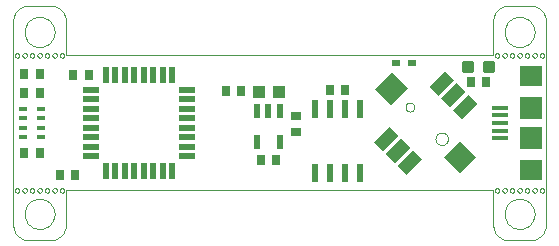
<source format=gtp>
G75*
%MOIN*%
%OFA0B0*%
%FSLAX24Y24*%
%IPPOS*%
%LPD*%
%AMOC8*
5,1,8,0,0,1.08239X$1,22.5*
%
%ADD10C,0.0000*%
%ADD11R,0.0728X0.0433*%
%ADD12R,0.0787X0.0748*%
%ADD13R,0.0551X0.0138*%
%ADD14R,0.0748X0.0709*%
%ADD15R,0.0748X0.0748*%
%ADD16R,0.0236X0.0610*%
%ADD17R,0.0217X0.0472*%
%ADD18C,0.0118*%
%ADD19R,0.0276X0.0197*%
%ADD20R,0.0433X0.0394*%
%ADD21R,0.0276X0.0354*%
%ADD22R,0.0354X0.0276*%
%ADD23R,0.0276X0.0177*%
%ADD24R,0.0197X0.0571*%
%ADD25R,0.0571X0.0197*%
D10*
X004943Y002737D02*
X005693Y002737D01*
X005737Y002739D01*
X005780Y002745D01*
X005822Y002754D01*
X005864Y002767D01*
X005904Y002784D01*
X005943Y002804D01*
X005980Y002827D01*
X006014Y002854D01*
X006047Y002883D01*
X006076Y002916D01*
X006103Y002950D01*
X006126Y002987D01*
X006146Y003026D01*
X006163Y003066D01*
X006176Y003108D01*
X006185Y003150D01*
X006191Y003193D01*
X006193Y003237D01*
X006193Y004393D01*
X020443Y004393D01*
X020443Y003237D01*
X020445Y003193D01*
X020451Y003150D01*
X020460Y003108D01*
X020473Y003066D01*
X020490Y003026D01*
X020510Y002987D01*
X020533Y002950D01*
X020560Y002916D01*
X020589Y002883D01*
X020622Y002854D01*
X020656Y002827D01*
X020693Y002804D01*
X020732Y002784D01*
X020772Y002767D01*
X020814Y002754D01*
X020856Y002745D01*
X020899Y002739D01*
X020943Y002737D01*
X021693Y002737D01*
X021737Y002739D01*
X021780Y002745D01*
X021822Y002754D01*
X021864Y002767D01*
X021904Y002784D01*
X021943Y002804D01*
X021980Y002827D01*
X022014Y002854D01*
X022047Y002883D01*
X022076Y002916D01*
X022103Y002950D01*
X022126Y002987D01*
X022146Y003026D01*
X022163Y003066D01*
X022176Y003108D01*
X022185Y003150D01*
X022191Y003193D01*
X022193Y003237D01*
X022193Y010050D01*
X022191Y010094D01*
X022185Y010137D01*
X022176Y010179D01*
X022163Y010221D01*
X022146Y010261D01*
X022126Y010300D01*
X022103Y010337D01*
X022076Y010371D01*
X022047Y010404D01*
X022014Y010433D01*
X021980Y010460D01*
X021943Y010483D01*
X021904Y010503D01*
X021864Y010520D01*
X021822Y010533D01*
X021780Y010542D01*
X021737Y010548D01*
X021693Y010550D01*
X020943Y010550D01*
X020899Y010548D01*
X020856Y010542D01*
X020814Y010533D01*
X020772Y010520D01*
X020732Y010503D01*
X020693Y010483D01*
X020656Y010460D01*
X020622Y010433D01*
X020589Y010404D01*
X020560Y010371D01*
X020533Y010337D01*
X020510Y010300D01*
X020490Y010261D01*
X020473Y010221D01*
X020460Y010179D01*
X020451Y010137D01*
X020445Y010094D01*
X020443Y010050D01*
X020443Y008893D01*
X006193Y008893D01*
X006193Y010050D01*
X006191Y010094D01*
X006185Y010137D01*
X006176Y010179D01*
X006163Y010221D01*
X006146Y010261D01*
X006126Y010300D01*
X006103Y010337D01*
X006076Y010371D01*
X006047Y010404D01*
X006014Y010433D01*
X005980Y010460D01*
X005943Y010483D01*
X005904Y010503D01*
X005864Y010520D01*
X005822Y010533D01*
X005780Y010542D01*
X005737Y010548D01*
X005693Y010550D01*
X004943Y010550D01*
X004899Y010548D01*
X004856Y010542D01*
X004814Y010533D01*
X004772Y010520D01*
X004732Y010503D01*
X004693Y010483D01*
X004656Y010460D01*
X004622Y010433D01*
X004589Y010404D01*
X004560Y010371D01*
X004533Y010337D01*
X004510Y010300D01*
X004490Y010261D01*
X004473Y010221D01*
X004460Y010179D01*
X004451Y010137D01*
X004445Y010094D01*
X004443Y010050D01*
X004443Y003237D01*
X004445Y003193D01*
X004451Y003150D01*
X004460Y003108D01*
X004473Y003066D01*
X004490Y003026D01*
X004510Y002987D01*
X004533Y002950D01*
X004560Y002916D01*
X004589Y002883D01*
X004622Y002854D01*
X004656Y002827D01*
X004693Y002804D01*
X004732Y002784D01*
X004772Y002767D01*
X004814Y002754D01*
X004856Y002745D01*
X004899Y002739D01*
X004943Y002737D01*
X004818Y003612D02*
X004820Y003656D01*
X004826Y003700D01*
X004836Y003743D01*
X004849Y003785D01*
X004866Y003826D01*
X004887Y003865D01*
X004911Y003902D01*
X004938Y003937D01*
X004968Y003969D01*
X005001Y003999D01*
X005037Y004025D01*
X005074Y004049D01*
X005114Y004068D01*
X005155Y004085D01*
X005198Y004097D01*
X005241Y004106D01*
X005285Y004111D01*
X005329Y004112D01*
X005373Y004109D01*
X005417Y004102D01*
X005460Y004091D01*
X005502Y004077D01*
X005542Y004059D01*
X005581Y004037D01*
X005617Y004013D01*
X005651Y003985D01*
X005683Y003954D01*
X005712Y003920D01*
X005738Y003884D01*
X005760Y003846D01*
X005779Y003806D01*
X005794Y003764D01*
X005806Y003722D01*
X005814Y003678D01*
X005818Y003634D01*
X005818Y003590D01*
X005814Y003546D01*
X005806Y003502D01*
X005794Y003460D01*
X005779Y003418D01*
X005760Y003378D01*
X005738Y003340D01*
X005712Y003304D01*
X005683Y003270D01*
X005651Y003239D01*
X005617Y003211D01*
X005581Y003187D01*
X005542Y003165D01*
X005502Y003147D01*
X005460Y003133D01*
X005417Y003122D01*
X005373Y003115D01*
X005329Y003112D01*
X005285Y003113D01*
X005241Y003118D01*
X005198Y003127D01*
X005155Y003139D01*
X005114Y003156D01*
X005074Y003175D01*
X005037Y003199D01*
X005001Y003225D01*
X004968Y003255D01*
X004938Y003287D01*
X004911Y003322D01*
X004887Y003359D01*
X004866Y003398D01*
X004849Y003439D01*
X004836Y003481D01*
X004826Y003524D01*
X004820Y003568D01*
X004818Y003612D01*
X004743Y004393D02*
X004745Y004410D01*
X004750Y004426D01*
X004759Y004440D01*
X004771Y004452D01*
X004785Y004461D01*
X004801Y004466D01*
X004818Y004468D01*
X004835Y004466D01*
X004851Y004461D01*
X004865Y004452D01*
X004877Y004440D01*
X004886Y004426D01*
X004891Y004410D01*
X004893Y004393D01*
X004891Y004376D01*
X004886Y004360D01*
X004877Y004346D01*
X004865Y004334D01*
X004851Y004325D01*
X004835Y004320D01*
X004818Y004318D01*
X004801Y004320D01*
X004785Y004325D01*
X004771Y004334D01*
X004759Y004346D01*
X004750Y004360D01*
X004745Y004376D01*
X004743Y004393D01*
X004493Y004393D02*
X004495Y004410D01*
X004500Y004426D01*
X004509Y004440D01*
X004521Y004452D01*
X004535Y004461D01*
X004551Y004466D01*
X004568Y004468D01*
X004585Y004466D01*
X004601Y004461D01*
X004615Y004452D01*
X004627Y004440D01*
X004636Y004426D01*
X004641Y004410D01*
X004643Y004393D01*
X004641Y004376D01*
X004636Y004360D01*
X004627Y004346D01*
X004615Y004334D01*
X004601Y004325D01*
X004585Y004320D01*
X004568Y004318D01*
X004551Y004320D01*
X004535Y004325D01*
X004521Y004334D01*
X004509Y004346D01*
X004500Y004360D01*
X004495Y004376D01*
X004493Y004393D01*
X004993Y004393D02*
X004995Y004410D01*
X005000Y004426D01*
X005009Y004440D01*
X005021Y004452D01*
X005035Y004461D01*
X005051Y004466D01*
X005068Y004468D01*
X005085Y004466D01*
X005101Y004461D01*
X005115Y004452D01*
X005127Y004440D01*
X005136Y004426D01*
X005141Y004410D01*
X005143Y004393D01*
X005141Y004376D01*
X005136Y004360D01*
X005127Y004346D01*
X005115Y004334D01*
X005101Y004325D01*
X005085Y004320D01*
X005068Y004318D01*
X005051Y004320D01*
X005035Y004325D01*
X005021Y004334D01*
X005009Y004346D01*
X005000Y004360D01*
X004995Y004376D01*
X004993Y004393D01*
X005243Y004393D02*
X005245Y004410D01*
X005250Y004426D01*
X005259Y004440D01*
X005271Y004452D01*
X005285Y004461D01*
X005301Y004466D01*
X005318Y004468D01*
X005335Y004466D01*
X005351Y004461D01*
X005365Y004452D01*
X005377Y004440D01*
X005386Y004426D01*
X005391Y004410D01*
X005393Y004393D01*
X005391Y004376D01*
X005386Y004360D01*
X005377Y004346D01*
X005365Y004334D01*
X005351Y004325D01*
X005335Y004320D01*
X005318Y004318D01*
X005301Y004320D01*
X005285Y004325D01*
X005271Y004334D01*
X005259Y004346D01*
X005250Y004360D01*
X005245Y004376D01*
X005243Y004393D01*
X005493Y004393D02*
X005495Y004410D01*
X005500Y004426D01*
X005509Y004440D01*
X005521Y004452D01*
X005535Y004461D01*
X005551Y004466D01*
X005568Y004468D01*
X005585Y004466D01*
X005601Y004461D01*
X005615Y004452D01*
X005627Y004440D01*
X005636Y004426D01*
X005641Y004410D01*
X005643Y004393D01*
X005641Y004376D01*
X005636Y004360D01*
X005627Y004346D01*
X005615Y004334D01*
X005601Y004325D01*
X005585Y004320D01*
X005568Y004318D01*
X005551Y004320D01*
X005535Y004325D01*
X005521Y004334D01*
X005509Y004346D01*
X005500Y004360D01*
X005495Y004376D01*
X005493Y004393D01*
X005743Y004393D02*
X005745Y004410D01*
X005750Y004426D01*
X005759Y004440D01*
X005771Y004452D01*
X005785Y004461D01*
X005801Y004466D01*
X005818Y004468D01*
X005835Y004466D01*
X005851Y004461D01*
X005865Y004452D01*
X005877Y004440D01*
X005886Y004426D01*
X005891Y004410D01*
X005893Y004393D01*
X005891Y004376D01*
X005886Y004360D01*
X005877Y004346D01*
X005865Y004334D01*
X005851Y004325D01*
X005835Y004320D01*
X005818Y004318D01*
X005801Y004320D01*
X005785Y004325D01*
X005771Y004334D01*
X005759Y004346D01*
X005750Y004360D01*
X005745Y004376D01*
X005743Y004393D01*
X005993Y004393D02*
X005995Y004410D01*
X006000Y004426D01*
X006009Y004440D01*
X006021Y004452D01*
X006035Y004461D01*
X006051Y004466D01*
X006068Y004468D01*
X006085Y004466D01*
X006101Y004461D01*
X006115Y004452D01*
X006127Y004440D01*
X006136Y004426D01*
X006141Y004410D01*
X006143Y004393D01*
X006141Y004376D01*
X006136Y004360D01*
X006127Y004346D01*
X006115Y004334D01*
X006101Y004325D01*
X006085Y004320D01*
X006068Y004318D01*
X006051Y004320D01*
X006035Y004325D01*
X006021Y004334D01*
X006009Y004346D01*
X006000Y004360D01*
X005995Y004376D01*
X005993Y004393D01*
X005993Y008893D02*
X005995Y008910D01*
X006000Y008926D01*
X006009Y008940D01*
X006021Y008952D01*
X006035Y008961D01*
X006051Y008966D01*
X006068Y008968D01*
X006085Y008966D01*
X006101Y008961D01*
X006115Y008952D01*
X006127Y008940D01*
X006136Y008926D01*
X006141Y008910D01*
X006143Y008893D01*
X006141Y008876D01*
X006136Y008860D01*
X006127Y008846D01*
X006115Y008834D01*
X006101Y008825D01*
X006085Y008820D01*
X006068Y008818D01*
X006051Y008820D01*
X006035Y008825D01*
X006021Y008834D01*
X006009Y008846D01*
X006000Y008860D01*
X005995Y008876D01*
X005993Y008893D01*
X005743Y008893D02*
X005745Y008910D01*
X005750Y008926D01*
X005759Y008940D01*
X005771Y008952D01*
X005785Y008961D01*
X005801Y008966D01*
X005818Y008968D01*
X005835Y008966D01*
X005851Y008961D01*
X005865Y008952D01*
X005877Y008940D01*
X005886Y008926D01*
X005891Y008910D01*
X005893Y008893D01*
X005891Y008876D01*
X005886Y008860D01*
X005877Y008846D01*
X005865Y008834D01*
X005851Y008825D01*
X005835Y008820D01*
X005818Y008818D01*
X005801Y008820D01*
X005785Y008825D01*
X005771Y008834D01*
X005759Y008846D01*
X005750Y008860D01*
X005745Y008876D01*
X005743Y008893D01*
X005493Y008893D02*
X005495Y008910D01*
X005500Y008926D01*
X005509Y008940D01*
X005521Y008952D01*
X005535Y008961D01*
X005551Y008966D01*
X005568Y008968D01*
X005585Y008966D01*
X005601Y008961D01*
X005615Y008952D01*
X005627Y008940D01*
X005636Y008926D01*
X005641Y008910D01*
X005643Y008893D01*
X005641Y008876D01*
X005636Y008860D01*
X005627Y008846D01*
X005615Y008834D01*
X005601Y008825D01*
X005585Y008820D01*
X005568Y008818D01*
X005551Y008820D01*
X005535Y008825D01*
X005521Y008834D01*
X005509Y008846D01*
X005500Y008860D01*
X005495Y008876D01*
X005493Y008893D01*
X005243Y008893D02*
X005245Y008910D01*
X005250Y008926D01*
X005259Y008940D01*
X005271Y008952D01*
X005285Y008961D01*
X005301Y008966D01*
X005318Y008968D01*
X005335Y008966D01*
X005351Y008961D01*
X005365Y008952D01*
X005377Y008940D01*
X005386Y008926D01*
X005391Y008910D01*
X005393Y008893D01*
X005391Y008876D01*
X005386Y008860D01*
X005377Y008846D01*
X005365Y008834D01*
X005351Y008825D01*
X005335Y008820D01*
X005318Y008818D01*
X005301Y008820D01*
X005285Y008825D01*
X005271Y008834D01*
X005259Y008846D01*
X005250Y008860D01*
X005245Y008876D01*
X005243Y008893D01*
X004993Y008893D02*
X004995Y008910D01*
X005000Y008926D01*
X005009Y008940D01*
X005021Y008952D01*
X005035Y008961D01*
X005051Y008966D01*
X005068Y008968D01*
X005085Y008966D01*
X005101Y008961D01*
X005115Y008952D01*
X005127Y008940D01*
X005136Y008926D01*
X005141Y008910D01*
X005143Y008893D01*
X005141Y008876D01*
X005136Y008860D01*
X005127Y008846D01*
X005115Y008834D01*
X005101Y008825D01*
X005085Y008820D01*
X005068Y008818D01*
X005051Y008820D01*
X005035Y008825D01*
X005021Y008834D01*
X005009Y008846D01*
X005000Y008860D01*
X004995Y008876D01*
X004993Y008893D01*
X004743Y008893D02*
X004745Y008910D01*
X004750Y008926D01*
X004759Y008940D01*
X004771Y008952D01*
X004785Y008961D01*
X004801Y008966D01*
X004818Y008968D01*
X004835Y008966D01*
X004851Y008961D01*
X004865Y008952D01*
X004877Y008940D01*
X004886Y008926D01*
X004891Y008910D01*
X004893Y008893D01*
X004891Y008876D01*
X004886Y008860D01*
X004877Y008846D01*
X004865Y008834D01*
X004851Y008825D01*
X004835Y008820D01*
X004818Y008818D01*
X004801Y008820D01*
X004785Y008825D01*
X004771Y008834D01*
X004759Y008846D01*
X004750Y008860D01*
X004745Y008876D01*
X004743Y008893D01*
X004493Y008893D02*
X004495Y008910D01*
X004500Y008926D01*
X004509Y008940D01*
X004521Y008952D01*
X004535Y008961D01*
X004551Y008966D01*
X004568Y008968D01*
X004585Y008966D01*
X004601Y008961D01*
X004615Y008952D01*
X004627Y008940D01*
X004636Y008926D01*
X004641Y008910D01*
X004643Y008893D01*
X004641Y008876D01*
X004636Y008860D01*
X004627Y008846D01*
X004615Y008834D01*
X004601Y008825D01*
X004585Y008820D01*
X004568Y008818D01*
X004551Y008820D01*
X004535Y008825D01*
X004521Y008834D01*
X004509Y008846D01*
X004500Y008860D01*
X004495Y008876D01*
X004493Y008893D01*
X004818Y009675D02*
X004820Y009719D01*
X004826Y009763D01*
X004836Y009806D01*
X004849Y009848D01*
X004866Y009889D01*
X004887Y009928D01*
X004911Y009965D01*
X004938Y010000D01*
X004968Y010032D01*
X005001Y010062D01*
X005037Y010088D01*
X005074Y010112D01*
X005114Y010131D01*
X005155Y010148D01*
X005198Y010160D01*
X005241Y010169D01*
X005285Y010174D01*
X005329Y010175D01*
X005373Y010172D01*
X005417Y010165D01*
X005460Y010154D01*
X005502Y010140D01*
X005542Y010122D01*
X005581Y010100D01*
X005617Y010076D01*
X005651Y010048D01*
X005683Y010017D01*
X005712Y009983D01*
X005738Y009947D01*
X005760Y009909D01*
X005779Y009869D01*
X005794Y009827D01*
X005806Y009785D01*
X005814Y009741D01*
X005818Y009697D01*
X005818Y009653D01*
X005814Y009609D01*
X005806Y009565D01*
X005794Y009523D01*
X005779Y009481D01*
X005760Y009441D01*
X005738Y009403D01*
X005712Y009367D01*
X005683Y009333D01*
X005651Y009302D01*
X005617Y009274D01*
X005581Y009250D01*
X005542Y009228D01*
X005502Y009210D01*
X005460Y009196D01*
X005417Y009185D01*
X005373Y009178D01*
X005329Y009175D01*
X005285Y009176D01*
X005241Y009181D01*
X005198Y009190D01*
X005155Y009202D01*
X005114Y009219D01*
X005074Y009238D01*
X005037Y009262D01*
X005001Y009288D01*
X004968Y009318D01*
X004938Y009350D01*
X004911Y009385D01*
X004887Y009422D01*
X004866Y009461D01*
X004849Y009502D01*
X004836Y009544D01*
X004826Y009587D01*
X004820Y009631D01*
X004818Y009675D01*
X017516Y007172D02*
X017518Y007196D01*
X017524Y007219D01*
X017533Y007241D01*
X017546Y007261D01*
X017561Y007279D01*
X017580Y007294D01*
X017601Y007306D01*
X017623Y007314D01*
X017646Y007319D01*
X017670Y007320D01*
X017694Y007317D01*
X017716Y007310D01*
X017738Y007300D01*
X017758Y007287D01*
X017775Y007270D01*
X017789Y007251D01*
X017800Y007230D01*
X017808Y007207D01*
X017812Y007184D01*
X017812Y007160D01*
X017808Y007137D01*
X017800Y007114D01*
X017789Y007093D01*
X017775Y007074D01*
X017758Y007057D01*
X017738Y007044D01*
X017716Y007034D01*
X017694Y007027D01*
X017670Y007024D01*
X017646Y007025D01*
X017623Y007030D01*
X017601Y007038D01*
X017580Y007050D01*
X017561Y007065D01*
X017546Y007083D01*
X017533Y007103D01*
X017524Y007125D01*
X017518Y007148D01*
X017516Y007172D01*
X018515Y006114D02*
X018517Y006142D01*
X018523Y006170D01*
X018532Y006196D01*
X018545Y006222D01*
X018561Y006245D01*
X018581Y006265D01*
X018603Y006283D01*
X018627Y006298D01*
X018653Y006309D01*
X018680Y006317D01*
X018708Y006321D01*
X018736Y006321D01*
X018764Y006317D01*
X018791Y006309D01*
X018817Y006298D01*
X018841Y006283D01*
X018863Y006265D01*
X018883Y006245D01*
X018899Y006222D01*
X018912Y006196D01*
X018921Y006170D01*
X018927Y006142D01*
X018929Y006114D01*
X018927Y006086D01*
X018921Y006058D01*
X018912Y006032D01*
X018899Y006006D01*
X018883Y005983D01*
X018863Y005963D01*
X018841Y005945D01*
X018817Y005930D01*
X018791Y005919D01*
X018764Y005911D01*
X018736Y005907D01*
X018708Y005907D01*
X018680Y005911D01*
X018653Y005919D01*
X018627Y005930D01*
X018603Y005945D01*
X018581Y005963D01*
X018561Y005983D01*
X018545Y006006D01*
X018532Y006032D01*
X018523Y006058D01*
X018517Y006086D01*
X018515Y006114D01*
X020493Y004393D02*
X020495Y004410D01*
X020500Y004426D01*
X020509Y004440D01*
X020521Y004452D01*
X020535Y004461D01*
X020551Y004466D01*
X020568Y004468D01*
X020585Y004466D01*
X020601Y004461D01*
X020615Y004452D01*
X020627Y004440D01*
X020636Y004426D01*
X020641Y004410D01*
X020643Y004393D01*
X020641Y004376D01*
X020636Y004360D01*
X020627Y004346D01*
X020615Y004334D01*
X020601Y004325D01*
X020585Y004320D01*
X020568Y004318D01*
X020551Y004320D01*
X020535Y004325D01*
X020521Y004334D01*
X020509Y004346D01*
X020500Y004360D01*
X020495Y004376D01*
X020493Y004393D01*
X020743Y004393D02*
X020745Y004410D01*
X020750Y004426D01*
X020759Y004440D01*
X020771Y004452D01*
X020785Y004461D01*
X020801Y004466D01*
X020818Y004468D01*
X020835Y004466D01*
X020851Y004461D01*
X020865Y004452D01*
X020877Y004440D01*
X020886Y004426D01*
X020891Y004410D01*
X020893Y004393D01*
X020891Y004376D01*
X020886Y004360D01*
X020877Y004346D01*
X020865Y004334D01*
X020851Y004325D01*
X020835Y004320D01*
X020818Y004318D01*
X020801Y004320D01*
X020785Y004325D01*
X020771Y004334D01*
X020759Y004346D01*
X020750Y004360D01*
X020745Y004376D01*
X020743Y004393D01*
X020993Y004393D02*
X020995Y004410D01*
X021000Y004426D01*
X021009Y004440D01*
X021021Y004452D01*
X021035Y004461D01*
X021051Y004466D01*
X021068Y004468D01*
X021085Y004466D01*
X021101Y004461D01*
X021115Y004452D01*
X021127Y004440D01*
X021136Y004426D01*
X021141Y004410D01*
X021143Y004393D01*
X021141Y004376D01*
X021136Y004360D01*
X021127Y004346D01*
X021115Y004334D01*
X021101Y004325D01*
X021085Y004320D01*
X021068Y004318D01*
X021051Y004320D01*
X021035Y004325D01*
X021021Y004334D01*
X021009Y004346D01*
X021000Y004360D01*
X020995Y004376D01*
X020993Y004393D01*
X021243Y004393D02*
X021245Y004410D01*
X021250Y004426D01*
X021259Y004440D01*
X021271Y004452D01*
X021285Y004461D01*
X021301Y004466D01*
X021318Y004468D01*
X021335Y004466D01*
X021351Y004461D01*
X021365Y004452D01*
X021377Y004440D01*
X021386Y004426D01*
X021391Y004410D01*
X021393Y004393D01*
X021391Y004376D01*
X021386Y004360D01*
X021377Y004346D01*
X021365Y004334D01*
X021351Y004325D01*
X021335Y004320D01*
X021318Y004318D01*
X021301Y004320D01*
X021285Y004325D01*
X021271Y004334D01*
X021259Y004346D01*
X021250Y004360D01*
X021245Y004376D01*
X021243Y004393D01*
X021493Y004393D02*
X021495Y004410D01*
X021500Y004426D01*
X021509Y004440D01*
X021521Y004452D01*
X021535Y004461D01*
X021551Y004466D01*
X021568Y004468D01*
X021585Y004466D01*
X021601Y004461D01*
X021615Y004452D01*
X021627Y004440D01*
X021636Y004426D01*
X021641Y004410D01*
X021643Y004393D01*
X021641Y004376D01*
X021636Y004360D01*
X021627Y004346D01*
X021615Y004334D01*
X021601Y004325D01*
X021585Y004320D01*
X021568Y004318D01*
X021551Y004320D01*
X021535Y004325D01*
X021521Y004334D01*
X021509Y004346D01*
X021500Y004360D01*
X021495Y004376D01*
X021493Y004393D01*
X021743Y004393D02*
X021745Y004410D01*
X021750Y004426D01*
X021759Y004440D01*
X021771Y004452D01*
X021785Y004461D01*
X021801Y004466D01*
X021818Y004468D01*
X021835Y004466D01*
X021851Y004461D01*
X021865Y004452D01*
X021877Y004440D01*
X021886Y004426D01*
X021891Y004410D01*
X021893Y004393D01*
X021891Y004376D01*
X021886Y004360D01*
X021877Y004346D01*
X021865Y004334D01*
X021851Y004325D01*
X021835Y004320D01*
X021818Y004318D01*
X021801Y004320D01*
X021785Y004325D01*
X021771Y004334D01*
X021759Y004346D01*
X021750Y004360D01*
X021745Y004376D01*
X021743Y004393D01*
X021993Y004393D02*
X021995Y004410D01*
X022000Y004426D01*
X022009Y004440D01*
X022021Y004452D01*
X022035Y004461D01*
X022051Y004466D01*
X022068Y004468D01*
X022085Y004466D01*
X022101Y004461D01*
X022115Y004452D01*
X022127Y004440D01*
X022136Y004426D01*
X022141Y004410D01*
X022143Y004393D01*
X022141Y004376D01*
X022136Y004360D01*
X022127Y004346D01*
X022115Y004334D01*
X022101Y004325D01*
X022085Y004320D01*
X022068Y004318D01*
X022051Y004320D01*
X022035Y004325D01*
X022021Y004334D01*
X022009Y004346D01*
X022000Y004360D01*
X021995Y004376D01*
X021993Y004393D01*
X020818Y003612D02*
X020820Y003656D01*
X020826Y003700D01*
X020836Y003743D01*
X020849Y003785D01*
X020866Y003826D01*
X020887Y003865D01*
X020911Y003902D01*
X020938Y003937D01*
X020968Y003969D01*
X021001Y003999D01*
X021037Y004025D01*
X021074Y004049D01*
X021114Y004068D01*
X021155Y004085D01*
X021198Y004097D01*
X021241Y004106D01*
X021285Y004111D01*
X021329Y004112D01*
X021373Y004109D01*
X021417Y004102D01*
X021460Y004091D01*
X021502Y004077D01*
X021542Y004059D01*
X021581Y004037D01*
X021617Y004013D01*
X021651Y003985D01*
X021683Y003954D01*
X021712Y003920D01*
X021738Y003884D01*
X021760Y003846D01*
X021779Y003806D01*
X021794Y003764D01*
X021806Y003722D01*
X021814Y003678D01*
X021818Y003634D01*
X021818Y003590D01*
X021814Y003546D01*
X021806Y003502D01*
X021794Y003460D01*
X021779Y003418D01*
X021760Y003378D01*
X021738Y003340D01*
X021712Y003304D01*
X021683Y003270D01*
X021651Y003239D01*
X021617Y003211D01*
X021581Y003187D01*
X021542Y003165D01*
X021502Y003147D01*
X021460Y003133D01*
X021417Y003122D01*
X021373Y003115D01*
X021329Y003112D01*
X021285Y003113D01*
X021241Y003118D01*
X021198Y003127D01*
X021155Y003139D01*
X021114Y003156D01*
X021074Y003175D01*
X021037Y003199D01*
X021001Y003225D01*
X020968Y003255D01*
X020938Y003287D01*
X020911Y003322D01*
X020887Y003359D01*
X020866Y003398D01*
X020849Y003439D01*
X020836Y003481D01*
X020826Y003524D01*
X020820Y003568D01*
X020818Y003612D01*
X020743Y008893D02*
X020745Y008910D01*
X020750Y008926D01*
X020759Y008940D01*
X020771Y008952D01*
X020785Y008961D01*
X020801Y008966D01*
X020818Y008968D01*
X020835Y008966D01*
X020851Y008961D01*
X020865Y008952D01*
X020877Y008940D01*
X020886Y008926D01*
X020891Y008910D01*
X020893Y008893D01*
X020891Y008876D01*
X020886Y008860D01*
X020877Y008846D01*
X020865Y008834D01*
X020851Y008825D01*
X020835Y008820D01*
X020818Y008818D01*
X020801Y008820D01*
X020785Y008825D01*
X020771Y008834D01*
X020759Y008846D01*
X020750Y008860D01*
X020745Y008876D01*
X020743Y008893D01*
X020493Y008893D02*
X020495Y008910D01*
X020500Y008926D01*
X020509Y008940D01*
X020521Y008952D01*
X020535Y008961D01*
X020551Y008966D01*
X020568Y008968D01*
X020585Y008966D01*
X020601Y008961D01*
X020615Y008952D01*
X020627Y008940D01*
X020636Y008926D01*
X020641Y008910D01*
X020643Y008893D01*
X020641Y008876D01*
X020636Y008860D01*
X020627Y008846D01*
X020615Y008834D01*
X020601Y008825D01*
X020585Y008820D01*
X020568Y008818D01*
X020551Y008820D01*
X020535Y008825D01*
X020521Y008834D01*
X020509Y008846D01*
X020500Y008860D01*
X020495Y008876D01*
X020493Y008893D01*
X020993Y008893D02*
X020995Y008910D01*
X021000Y008926D01*
X021009Y008940D01*
X021021Y008952D01*
X021035Y008961D01*
X021051Y008966D01*
X021068Y008968D01*
X021085Y008966D01*
X021101Y008961D01*
X021115Y008952D01*
X021127Y008940D01*
X021136Y008926D01*
X021141Y008910D01*
X021143Y008893D01*
X021141Y008876D01*
X021136Y008860D01*
X021127Y008846D01*
X021115Y008834D01*
X021101Y008825D01*
X021085Y008820D01*
X021068Y008818D01*
X021051Y008820D01*
X021035Y008825D01*
X021021Y008834D01*
X021009Y008846D01*
X021000Y008860D01*
X020995Y008876D01*
X020993Y008893D01*
X021243Y008893D02*
X021245Y008910D01*
X021250Y008926D01*
X021259Y008940D01*
X021271Y008952D01*
X021285Y008961D01*
X021301Y008966D01*
X021318Y008968D01*
X021335Y008966D01*
X021351Y008961D01*
X021365Y008952D01*
X021377Y008940D01*
X021386Y008926D01*
X021391Y008910D01*
X021393Y008893D01*
X021391Y008876D01*
X021386Y008860D01*
X021377Y008846D01*
X021365Y008834D01*
X021351Y008825D01*
X021335Y008820D01*
X021318Y008818D01*
X021301Y008820D01*
X021285Y008825D01*
X021271Y008834D01*
X021259Y008846D01*
X021250Y008860D01*
X021245Y008876D01*
X021243Y008893D01*
X021493Y008893D02*
X021495Y008910D01*
X021500Y008926D01*
X021509Y008940D01*
X021521Y008952D01*
X021535Y008961D01*
X021551Y008966D01*
X021568Y008968D01*
X021585Y008966D01*
X021601Y008961D01*
X021615Y008952D01*
X021627Y008940D01*
X021636Y008926D01*
X021641Y008910D01*
X021643Y008893D01*
X021641Y008876D01*
X021636Y008860D01*
X021627Y008846D01*
X021615Y008834D01*
X021601Y008825D01*
X021585Y008820D01*
X021568Y008818D01*
X021551Y008820D01*
X021535Y008825D01*
X021521Y008834D01*
X021509Y008846D01*
X021500Y008860D01*
X021495Y008876D01*
X021493Y008893D01*
X021743Y008893D02*
X021745Y008910D01*
X021750Y008926D01*
X021759Y008940D01*
X021771Y008952D01*
X021785Y008961D01*
X021801Y008966D01*
X021818Y008968D01*
X021835Y008966D01*
X021851Y008961D01*
X021865Y008952D01*
X021877Y008940D01*
X021886Y008926D01*
X021891Y008910D01*
X021893Y008893D01*
X021891Y008876D01*
X021886Y008860D01*
X021877Y008846D01*
X021865Y008834D01*
X021851Y008825D01*
X021835Y008820D01*
X021818Y008818D01*
X021801Y008820D01*
X021785Y008825D01*
X021771Y008834D01*
X021759Y008846D01*
X021750Y008860D01*
X021745Y008876D01*
X021743Y008893D01*
X021993Y008893D02*
X021995Y008910D01*
X022000Y008926D01*
X022009Y008940D01*
X022021Y008952D01*
X022035Y008961D01*
X022051Y008966D01*
X022068Y008968D01*
X022085Y008966D01*
X022101Y008961D01*
X022115Y008952D01*
X022127Y008940D01*
X022136Y008926D01*
X022141Y008910D01*
X022143Y008893D01*
X022141Y008876D01*
X022136Y008860D01*
X022127Y008846D01*
X022115Y008834D01*
X022101Y008825D01*
X022085Y008820D01*
X022068Y008818D01*
X022051Y008820D01*
X022035Y008825D01*
X022021Y008834D01*
X022009Y008846D01*
X022000Y008860D01*
X021995Y008876D01*
X021993Y008893D01*
X020818Y009675D02*
X020820Y009719D01*
X020826Y009763D01*
X020836Y009806D01*
X020849Y009848D01*
X020866Y009889D01*
X020887Y009928D01*
X020911Y009965D01*
X020938Y010000D01*
X020968Y010032D01*
X021001Y010062D01*
X021037Y010088D01*
X021074Y010112D01*
X021114Y010131D01*
X021155Y010148D01*
X021198Y010160D01*
X021241Y010169D01*
X021285Y010174D01*
X021329Y010175D01*
X021373Y010172D01*
X021417Y010165D01*
X021460Y010154D01*
X021502Y010140D01*
X021542Y010122D01*
X021581Y010100D01*
X021617Y010076D01*
X021651Y010048D01*
X021683Y010017D01*
X021712Y009983D01*
X021738Y009947D01*
X021760Y009909D01*
X021779Y009869D01*
X021794Y009827D01*
X021806Y009785D01*
X021814Y009741D01*
X021818Y009697D01*
X021818Y009653D01*
X021814Y009609D01*
X021806Y009565D01*
X021794Y009523D01*
X021779Y009481D01*
X021760Y009441D01*
X021738Y009403D01*
X021712Y009367D01*
X021683Y009333D01*
X021651Y009302D01*
X021617Y009274D01*
X021581Y009250D01*
X021542Y009228D01*
X021502Y009210D01*
X021460Y009196D01*
X021417Y009185D01*
X021373Y009178D01*
X021329Y009175D01*
X021285Y009176D01*
X021241Y009181D01*
X021198Y009190D01*
X021155Y009202D01*
X021114Y009219D01*
X021074Y009238D01*
X021037Y009262D01*
X021001Y009288D01*
X020968Y009318D01*
X020938Y009350D01*
X020911Y009385D01*
X020887Y009422D01*
X020866Y009461D01*
X020849Y009502D01*
X020836Y009544D01*
X020826Y009587D01*
X020820Y009631D01*
X020818Y009675D01*
D11*
G36*
X019139Y008063D02*
X018625Y007549D01*
X018319Y007855D01*
X018833Y008369D01*
X019139Y008063D01*
G37*
G36*
X019528Y007673D02*
X019014Y007159D01*
X018708Y007465D01*
X019222Y007979D01*
X019528Y007673D01*
G37*
G36*
X019918Y007283D02*
X019404Y006769D01*
X019098Y007075D01*
X019612Y007589D01*
X019918Y007283D01*
G37*
G36*
X017677Y005822D02*
X017163Y005308D01*
X016857Y005614D01*
X017371Y006128D01*
X017677Y005822D01*
G37*
G36*
X018067Y005432D02*
X017553Y004918D01*
X017247Y005224D01*
X017761Y005738D01*
X018067Y005432D01*
G37*
G36*
X017287Y006211D02*
X016773Y005697D01*
X016467Y006003D01*
X016981Y006517D01*
X017287Y006211D01*
G37*
D12*
G36*
X019876Y005515D02*
X019321Y004960D01*
X018792Y005489D01*
X019347Y006044D01*
X019876Y005515D01*
G37*
G36*
X017593Y007798D02*
X017038Y007243D01*
X016509Y007772D01*
X017064Y008327D01*
X017593Y007798D01*
G37*
D13*
X020650Y007155D03*
X020650Y006899D03*
X020650Y006643D03*
X020650Y006387D03*
X020650Y006131D03*
D14*
X021693Y005069D03*
X021693Y008218D03*
D15*
X021693Y007143D03*
X021693Y006143D03*
D16*
X016005Y007109D03*
X015505Y007109D03*
X015005Y007109D03*
X014505Y007109D03*
X014505Y004983D03*
X015005Y004983D03*
X015505Y004983D03*
X016005Y004983D03*
D17*
X013317Y006006D03*
X012569Y006006D03*
X012569Y007030D03*
X012943Y007030D03*
X013317Y007030D03*
D18*
X019460Y008380D02*
X019460Y008656D01*
X019736Y008656D01*
X019736Y008380D01*
X019460Y008380D01*
X019460Y008497D02*
X019736Y008497D01*
X019736Y008614D02*
X019460Y008614D01*
X020150Y008656D02*
X020150Y008380D01*
X020150Y008656D02*
X020426Y008656D01*
X020426Y008380D01*
X020150Y008380D01*
X020150Y008497D02*
X020426Y008497D01*
X020426Y008614D02*
X020150Y008614D01*
D19*
X017718Y008643D03*
X017207Y008643D03*
D20*
X013309Y007675D03*
X012639Y007675D03*
D21*
X012043Y007706D03*
X011531Y007706D03*
X014999Y007737D03*
X015511Y007737D03*
X019687Y008018D03*
X020199Y008018D03*
X013199Y005393D03*
X012687Y005393D03*
X006949Y008237D03*
X006437Y008237D03*
X005324Y008268D03*
X004812Y008268D03*
X004812Y007643D03*
X005324Y007643D03*
X005324Y005643D03*
X004812Y005643D03*
X005999Y004893D03*
X006511Y004893D03*
D22*
X013880Y006356D03*
X013880Y006868D03*
D23*
X005373Y006801D03*
X005373Y006486D03*
X005373Y006171D03*
X004763Y006171D03*
X004763Y006486D03*
X004763Y006801D03*
X004763Y007116D03*
X005373Y007116D03*
D24*
X007528Y008257D03*
X007843Y008257D03*
X008158Y008257D03*
X008473Y008257D03*
X008788Y008257D03*
X009103Y008257D03*
X009418Y008257D03*
X009733Y008257D03*
X009733Y005029D03*
X009418Y005029D03*
X009103Y005029D03*
X008788Y005029D03*
X008473Y005029D03*
X008158Y005029D03*
X007843Y005029D03*
X007528Y005029D03*
D25*
X007016Y005541D03*
X007016Y005856D03*
X007016Y006171D03*
X007016Y006486D03*
X007016Y006801D03*
X007016Y007116D03*
X007016Y007431D03*
X007016Y007746D03*
X010245Y007746D03*
X010245Y007431D03*
X010245Y007116D03*
X010245Y006801D03*
X010245Y006486D03*
X010245Y006171D03*
X010245Y005856D03*
X010245Y005541D03*
M02*

</source>
